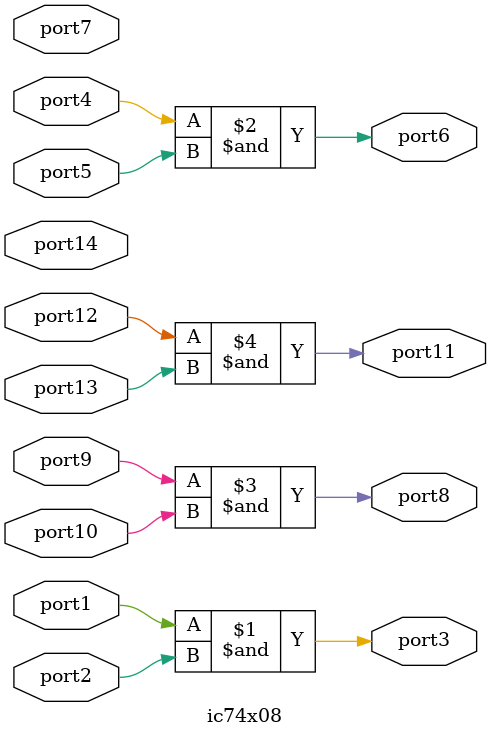
<source format=v>
module ic74x08(
input wire port1,
input wire port2,
output wire port3,
input wire port4,
input wire port5,
output wire port6,
input wire port7,
output wire port8,
input wire port9,
input wire port10,
output wire port11,
input wire port12,
input wire port13,
input wire port14
);

assign port3 = port1 & port2;
assign port6 = port4 & port5;
assign port8 = port9 & port10;
assign port11 = port12 & port13;

endmodule
</source>
